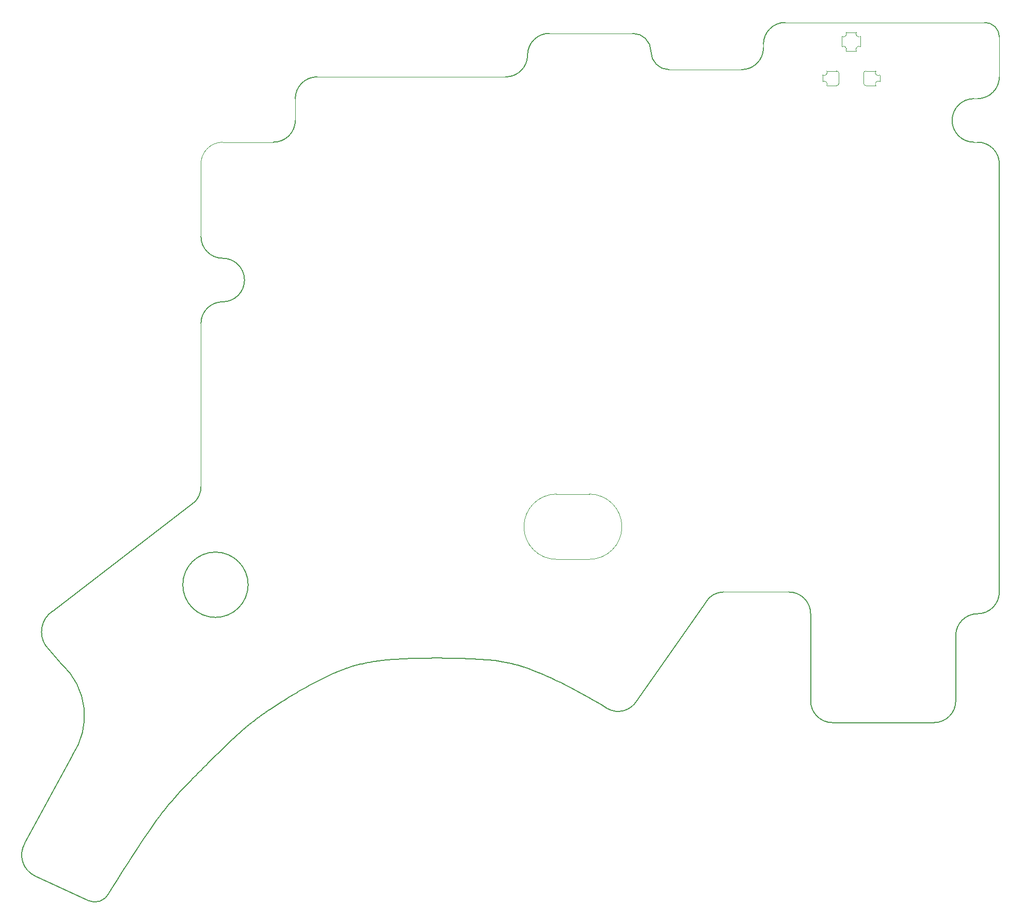
<source format=gm1>
G04 #@! TF.GenerationSoftware,KiCad,Pcbnew,7.0.2*
G04 #@! TF.CreationDate,2023-05-23T01:19:14+02:00*
G04 #@! TF.ProjectId,mykeeb_v7a3,6d796b65-6562-45f7-9637-61332e6b6963,rev?*
G04 #@! TF.SameCoordinates,Original*
G04 #@! TF.FileFunction,Profile,NP*
%FSLAX46Y46*%
G04 Gerber Fmt 4.6, Leading zero omitted, Abs format (unit mm)*
G04 Created by KiCad (PCBNEW 7.0.2) date 2023-05-23 01:19:14*
%MOMM*%
%LPD*%
G01*
G04 APERTURE LIST*
G04 #@! TA.AperFunction,Profile*
%ADD10C,0.100000*%
G04 #@! TD*
G04 #@! TA.AperFunction,Profile*
%ADD11C,0.160000*%
G04 #@! TD*
%ADD12C,0.160000*%
G04 #@! TA.AperFunction,Profile*
%ADD13C,0.120000*%
G04 #@! TD*
G04 APERTURE END LIST*
D10*
X87511011Y-83343820D02*
X87510979Y-110132922D01*
X87510964Y-69056308D02*
X87511011Y-57150032D01*
D11*
X91082889Y-79771895D02*
G75*
G03*
X87511011Y-83343820I-27J-3571851D01*
G01*
X87510964Y-69056308D02*
G75*
G03*
X91082889Y-72628186I3571851J-27D01*
G01*
X94654814Y-76200064D02*
G75*
G03*
X91082889Y-72628186I-3571851J27D01*
G01*
X91082889Y-79771895D02*
G75*
G03*
X94654767Y-76199970I27J3571851D01*
G01*
X214907913Y-130968791D02*
G75*
G03*
X218479791Y-127397016I87J3571791D01*
G01*
X183356404Y-33932726D02*
G75*
G03*
X179784526Y-37504703I-104J-3571774D01*
G01*
X187523517Y-145256405D02*
G75*
G03*
X191095441Y-148828283I3571783J-95D01*
G01*
D12*
X84551482Y-159707687D02*
X84297379Y-159976286D01*
X84045982Y-160243796D01*
X83796217Y-160512036D01*
X83547013Y-160782827D01*
X83297298Y-161057986D01*
X83046000Y-161339334D01*
X82792045Y-161628690D01*
X82534363Y-161927872D01*
X82271881Y-162238701D01*
X82003526Y-162562996D01*
X81728226Y-162902576D01*
X81444910Y-163259259D01*
X81152505Y-163634867D01*
X80849939Y-164031218D01*
X80536140Y-164450130D01*
X80210035Y-164893425D01*
X79870553Y-165362920D01*
X79516620Y-165860435D01*
X79147166Y-166387790D01*
X78761118Y-166946804D01*
X78357403Y-167539296D01*
X77934949Y-168167086D01*
X77492685Y-168831992D01*
X77029538Y-169535835D01*
X76544436Y-170280433D01*
X76036306Y-171067605D01*
X75504077Y-171899172D01*
X74946676Y-172776952D01*
X74363032Y-173702765D01*
X73752071Y-174678430D01*
X73112722Y-175705766D01*
X72443913Y-176786594D01*
D10*
X151209502Y-122039169D02*
G75*
G03*
X151209502Y-111323531I-2J5357819D01*
G01*
D11*
X161329858Y-38695268D02*
G75*
G03*
X158353138Y-35718642I-2976658J-32D01*
G01*
D10*
X214312633Y-46434351D02*
X214907993Y-46434398D01*
D11*
X63158868Y-130538090D02*
X86464785Y-112658618D01*
D10*
X218479871Y-42862473D02*
X218479871Y-36314077D01*
D11*
X86464775Y-112658608D02*
G75*
G03*
X87510979Y-110132922I-2525875J2525808D01*
G01*
X218479875Y-36314077D02*
G75*
G03*
X216098570Y-33932825I-2381275J-23D01*
G01*
D12*
X99979648Y-145915853D02*
X99722620Y-146081582D01*
X99472188Y-146244134D01*
X99227970Y-146403815D01*
X98989586Y-146560936D01*
X98756652Y-146715805D01*
X98528788Y-146868731D01*
X98305613Y-147020022D01*
X98086744Y-147169988D01*
X97871800Y-147318938D01*
X97660400Y-147467179D01*
X97452162Y-147615022D01*
X97246703Y-147762775D01*
X97043644Y-147910746D01*
X96842602Y-148059245D01*
X96643196Y-148208580D01*
X96445044Y-148359061D01*
X96247764Y-148510996D01*
X96050975Y-148664694D01*
X95854296Y-148820463D01*
X95657345Y-148978613D01*
X95459740Y-149139453D01*
X95261099Y-149303291D01*
X95061042Y-149470436D01*
X94859187Y-149641196D01*
X94655151Y-149815882D01*
X94448555Y-149994802D01*
X94239015Y-150178264D01*
X94026150Y-150366577D01*
X93809579Y-150560050D01*
X93588921Y-150758992D01*
X93363793Y-150963713D01*
X93133815Y-151174520D01*
D11*
X214907913Y-130968835D02*
G75*
G03*
X211336035Y-134540771I87J-3571965D01*
G01*
X66369067Y-154273389D02*
X58629864Y-168629916D01*
X159032599Y-145203929D02*
X170338518Y-129069865D01*
X60295583Y-173994112D02*
X68974010Y-178029731D01*
D10*
X216098570Y-33932825D02*
X183356404Y-33932778D01*
D11*
X187523485Y-130968893D02*
G75*
G03*
X183951638Y-127397015I-3571785J93D01*
G01*
X191095441Y-148828283D02*
X207764205Y-148828330D01*
X64619410Y-139172063D02*
X62051926Y-136233772D01*
X218479871Y-57150032D02*
X218479791Y-127397016D01*
X66369063Y-154273386D02*
G75*
G03*
X64619410Y-139172063I-9524983J6548446D01*
G01*
X187523516Y-145256405D02*
X187523563Y-130968893D01*
X211336083Y-145256405D02*
X211336035Y-134540771D01*
X214312633Y-46434355D02*
G75*
G03*
X210740755Y-50006276I-33J-3571845D01*
G01*
X214907993Y-46434471D02*
G75*
G03*
X218479871Y-42862473I-93J3571971D01*
G01*
D12*
X110199482Y-140360020D02*
X109872516Y-140493096D01*
X109542952Y-140631695D01*
X109211097Y-140775524D01*
X108877261Y-140924295D01*
X108541752Y-141077715D01*
X108204880Y-141235495D01*
X107866953Y-141397343D01*
X107528281Y-141562970D01*
X107189171Y-141732084D01*
X106849934Y-141904396D01*
X106510878Y-142079613D01*
X106172312Y-142257446D01*
X105834545Y-142437605D01*
X105497886Y-142619797D01*
X105162644Y-142803734D01*
X104829127Y-142989124D01*
X104497645Y-143175676D01*
X104168507Y-143363100D01*
X103842021Y-143551106D01*
X103518496Y-143739403D01*
X103198242Y-143927699D01*
X102881568Y-144115705D01*
X102568781Y-144303130D01*
X102260192Y-144489683D01*
X101956109Y-144675074D01*
X101656841Y-144859012D01*
X101362696Y-145041207D01*
X101073985Y-145221367D01*
X100791016Y-145399202D01*
X100514097Y-145574422D01*
X100243538Y-145746735D01*
X99979648Y-145915853D01*
D11*
X154153350Y-146510960D02*
G75*
G03*
X159032599Y-145203929I1786050J3093360D01*
G01*
D10*
X99417271Y-53578201D02*
X91082889Y-53578154D01*
X145851685Y-122039149D02*
X151209502Y-122039165D01*
X91082889Y-53578111D02*
G75*
G03*
X87511011Y-57150032I11J-3571889D01*
G01*
D11*
X95250048Y-126206373D02*
G75*
G03*
X95250048Y-126206373I-5357817J0D01*
G01*
X63158867Y-130538089D02*
G75*
G03*
X62051926Y-136233772I2325343J-3407331D01*
G01*
D10*
X179784454Y-38099858D02*
X179784526Y-37504703D01*
D11*
X161329806Y-38695268D02*
G75*
G03*
X164306508Y-41671894I2976594J-32D01*
G01*
D12*
X154153315Y-146511020D02*
X153059509Y-145860355D01*
X152009581Y-145246910D01*
X151002058Y-144669540D01*
X150035468Y-144127102D01*
X149108341Y-143618451D01*
X148219203Y-143142442D01*
X147366584Y-142697931D01*
X146549012Y-142283773D01*
X145765016Y-141898826D01*
X145013122Y-141541943D01*
X144291861Y-141211980D01*
X143599760Y-140907794D01*
X142935347Y-140628240D01*
X142297151Y-140372174D01*
X141683700Y-140138450D01*
X141093523Y-139925926D01*
X140525147Y-139733456D01*
X139977102Y-139559896D01*
X139447915Y-139404101D01*
X138936114Y-139264928D01*
X138440229Y-139141232D01*
X137958787Y-139031869D01*
X137490316Y-138935694D01*
X137033346Y-138851562D01*
X136586404Y-138778331D01*
X136148018Y-138714854D01*
X135716718Y-138659989D01*
X135291031Y-138612589D01*
X134869485Y-138571512D01*
X134450610Y-138535613D01*
X134032932Y-138503747D01*
X133614982Y-138474770D01*
D10*
X145851685Y-111323511D02*
G75*
G03*
X145851685Y-122039149I5J-5357819D01*
G01*
X183951638Y-127397015D02*
X173236083Y-127396966D01*
D12*
X120517982Y-138375520D02*
X120157790Y-138394735D01*
X119802578Y-138415258D01*
X119452090Y-138437235D01*
X119106072Y-138460811D01*
X118764270Y-138486132D01*
X118426430Y-138513342D01*
X118092296Y-138542587D01*
X117761614Y-138574012D01*
X117434131Y-138607762D01*
X117109591Y-138643983D01*
X116787740Y-138682820D01*
X116468324Y-138724419D01*
X116151088Y-138768924D01*
X115835779Y-138816481D01*
X115522140Y-138867235D01*
X115209919Y-138921332D01*
X114898860Y-138978917D01*
X114588709Y-139040134D01*
X114279213Y-139105130D01*
X113970115Y-139174050D01*
X113661162Y-139247038D01*
X113352100Y-139324241D01*
X113042674Y-139405804D01*
X112732630Y-139491871D01*
X112421712Y-139582589D01*
X112109668Y-139678101D01*
X111796242Y-139778555D01*
X111481180Y-139884095D01*
X111164227Y-139994866D01*
X110845129Y-140111013D01*
X110523632Y-140232683D01*
X110199482Y-140360020D01*
D10*
X106561027Y-42862520D02*
X137517303Y-42862567D01*
D11*
X210740746Y-50006276D02*
G75*
G03*
X214312680Y-53578154I3571854J-24D01*
G01*
X173236083Y-127396990D02*
G75*
G03*
X170338518Y-129069865I-83J-3345710D01*
G01*
X106561027Y-42862549D02*
G75*
G03*
X102989149Y-46434445I-127J-3571751D01*
G01*
X58629861Y-168629914D02*
G75*
G03*
X60295583Y-173994111I3263939J-1927186D01*
G01*
D12*
X93133815Y-151174520D02*
X92898714Y-151391622D01*
X92658663Y-151614829D01*
X92413942Y-151843850D01*
X92164833Y-152078395D01*
X91911619Y-152318172D01*
X91654579Y-152562891D01*
X91393997Y-152812261D01*
X91130153Y-153065991D01*
X90863329Y-153323791D01*
X90593807Y-153585369D01*
X90321868Y-153850436D01*
X90047793Y-154118700D01*
X89771865Y-154389871D01*
X89494364Y-154663658D01*
X89215573Y-154939769D01*
X88935773Y-155217915D01*
X88655245Y-155497805D01*
X88374271Y-155779148D01*
X88093133Y-156061653D01*
X87812112Y-156345029D01*
X87531490Y-156628986D01*
X87251548Y-156913233D01*
X86972567Y-157197479D01*
X86694830Y-157481434D01*
X86418618Y-157764806D01*
X86144212Y-158047305D01*
X85871895Y-158328641D01*
X85601947Y-158608522D01*
X85334650Y-158886658D01*
X85070286Y-159162758D01*
X84809136Y-159436531D01*
X84551482Y-159707687D01*
X133614982Y-138474770D02*
X133195567Y-138447725D01*
X132774626Y-138422406D01*
X132352375Y-138398796D01*
X131929034Y-138376876D01*
X131504820Y-138356628D01*
X131079951Y-138338034D01*
X130654646Y-138321076D01*
X130229122Y-138305734D01*
X129803597Y-138291992D01*
X129378291Y-138279831D01*
X128953419Y-138269233D01*
X128529202Y-138260180D01*
X128105856Y-138252653D01*
X127683601Y-138246635D01*
X127262653Y-138242107D01*
X126843231Y-138239051D01*
X126425554Y-138237448D01*
X126009838Y-138237282D01*
X125596303Y-138238533D01*
X125185167Y-138241183D01*
X124776647Y-138245214D01*
X124370961Y-138250609D01*
X123968328Y-138257348D01*
X123568966Y-138265414D01*
X123173092Y-138274788D01*
X122780926Y-138285453D01*
X122392684Y-138297390D01*
X122008585Y-138310581D01*
X121628847Y-138325007D01*
X121253689Y-138340651D01*
X120883327Y-138357495D01*
X120517982Y-138375520D01*
D11*
X176212648Y-41671926D02*
G75*
G03*
X179784526Y-38100016I52J3571826D01*
G01*
D10*
X214312680Y-53578154D02*
X214907946Y-53578154D01*
X102989149Y-50006276D02*
X102989149Y-46434445D01*
D11*
X68974014Y-178029723D02*
G75*
G03*
X72443913Y-176786594I1105786J2377723D01*
G01*
X218479846Y-57150032D02*
G75*
G03*
X214907946Y-53578154I-3571846J32D01*
G01*
X144661059Y-35718781D02*
G75*
G03*
X141089181Y-39290642I-159J-3571719D01*
G01*
X99417271Y-53578149D02*
G75*
G03*
X102989149Y-50006276I129J3571749D01*
G01*
X137517303Y-42862581D02*
G75*
G03*
X141089181Y-39290642I97J3571781D01*
G01*
D10*
X164306508Y-41671894D02*
X176212648Y-41671941D01*
X145851685Y-111323515D02*
X151209502Y-111323531D01*
X144661059Y-35718717D02*
X158353138Y-35718642D01*
D11*
X207764205Y-148828283D02*
G75*
G03*
X211336083Y-145256405I95J3571783D01*
G01*
D13*
X189487099Y-43621346D02*
X189487099Y-42579946D01*
X190172899Y-41894146D02*
X191773099Y-41894146D01*
X191773099Y-44307146D02*
X190172899Y-44307146D01*
X192154099Y-42275146D02*
X192154099Y-43926146D01*
X192662099Y-37906346D02*
X192662099Y-36229946D01*
X193347899Y-35544146D02*
X195024299Y-35544146D01*
X193347899Y-38592146D02*
X195024299Y-38592146D01*
X195710099Y-37906346D02*
X195710099Y-36229946D01*
X196218099Y-42275146D02*
X196218099Y-43926146D01*
X196599099Y-44307146D02*
X198199299Y-44307146D01*
X198199299Y-41894146D02*
X196599099Y-41894146D01*
X198885099Y-43621346D02*
X198885099Y-42579946D01*
X190172899Y-44307146D02*
G75*
G03*
X189487099Y-43621346I-438047J247753D01*
G01*
X189487099Y-42579946D02*
G75*
G03*
X190172899Y-41894146I247753J438047D01*
G01*
X192154099Y-42275146D02*
G75*
G03*
X191773099Y-41894146I-380999J1D01*
G01*
X191773099Y-44307146D02*
G75*
G03*
X192154099Y-43926146I1J380999D01*
G01*
X193347899Y-38592146D02*
G75*
G03*
X192662099Y-37906346I-438047J247753D01*
G01*
X192662099Y-36229946D02*
G75*
G03*
X193347899Y-35544146I247753J438047D01*
G01*
X195710099Y-37906346D02*
G75*
G03*
X195024299Y-38592146I-247753J-438047D01*
G01*
X195024299Y-35544146D02*
G75*
G03*
X195710099Y-36229946I438050J-247750D01*
G01*
X196599099Y-41894146D02*
G75*
G03*
X196218099Y-42275146I0J-381000D01*
G01*
X196218099Y-43926146D02*
G75*
G03*
X196599099Y-44307146I381000J0D01*
G01*
X198885099Y-43621346D02*
G75*
G03*
X198199299Y-44307146I-247750J-438050D01*
G01*
X198199299Y-41894146D02*
G75*
G03*
X198885099Y-42579946I438050J-247750D01*
G01*
M02*

</source>
